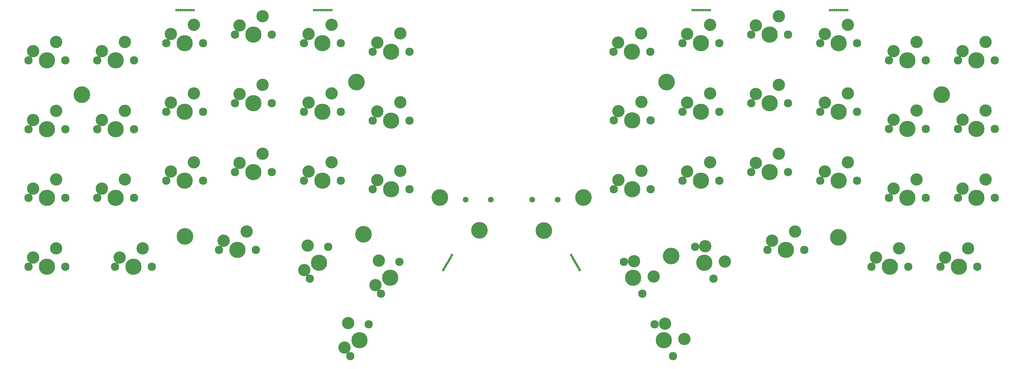
<source format=gbr>
%TF.GenerationSoftware,KiCad,Pcbnew,(5.1.6-0-10_14)*%
%TF.CreationDate,2020-09-29T15:33:20+02:00*%
%TF.ProjectId,cornetrack,636f726e-6574-4726-9163-6b2e6b696361,1.1*%
%TF.SameCoordinates,Original*%
%TF.FileFunction,Soldermask,Top*%
%TF.FilePolarity,Negative*%
%FSLAX46Y46*%
G04 Gerber Fmt 4.6, Leading zero omitted, Abs format (unit mm)*
G04 Created by KiCad (PCBNEW (5.1.6-0-10_14)) date 2020-09-29 15:33:20*
%MOMM*%
%LPD*%
G01*
G04 APERTURE LIST*
%ADD10C,4.500000*%
%ADD11C,2.300000*%
%ADD12C,3.400000*%
%ADD13C,0.700000*%
%ADD14C,1.600000*%
%ADD15C,4.600000*%
G04 APERTURE END LIST*
D10*
%TO.C,SW41*%
X190413474Y-113132317D03*
D11*
X192953474Y-117531726D03*
X187873474Y-108732908D03*
D12*
X190708179Y-108562760D03*
X196082883Y-112792022D03*
%TD*%
D13*
%TO.C,REF\u002A\u002A*%
X130681375Y-91712608D03*
X130978250Y-91198405D03*
X131275125Y-90684203D03*
X131572000Y-90170000D03*
X131868875Y-89655798D03*
X129790750Y-93255216D03*
X130384500Y-92226811D03*
X129493875Y-93769418D03*
X130087625Y-92741013D03*
%TD*%
%TO.C,REF\u002A\u002A*%
X166584375Y-92741013D03*
X167178125Y-93769418D03*
X166287500Y-92226811D03*
X166881250Y-93255216D03*
X164803125Y-89655798D03*
X165100000Y-90170000D03*
X165396875Y-90684203D03*
X165693750Y-91198405D03*
X165990625Y-91712608D03*
%TD*%
D10*
%TO.C,SW44*%
X43983500Y-92830000D03*
D11*
X49063500Y-92830000D03*
X38903500Y-92830000D03*
D12*
X40173500Y-90290000D03*
X46523500Y-87750000D03*
%TD*%
D10*
%TO.C,SW21*%
X114882500Y-95854031D03*
D11*
X117422500Y-91454622D03*
X112342500Y-100253440D03*
D12*
X110777795Y-97883588D03*
X111753091Y-91114326D03*
%TD*%
D10*
%TO.C,SW8*%
X39107500Y-54780000D03*
D11*
X44187500Y-54780000D03*
X34027500Y-54780000D03*
D12*
X35297500Y-52240000D03*
X41647500Y-49700000D03*
%TD*%
D10*
%TO.C,SW42*%
X181904320Y-95854031D03*
D11*
X184444320Y-100253440D03*
X179364320Y-91454622D03*
D12*
X182199025Y-91284474D03*
X187573729Y-95513736D03*
%TD*%
D10*
%TO.C,SW48*%
X224084500Y-88142000D03*
D11*
X229164500Y-88142000D03*
X219004500Y-88142000D03*
D12*
X220274500Y-85602000D03*
X226624500Y-83062000D03*
%TD*%
D10*
%TO.C,SW38*%
X200614500Y-69025000D03*
D11*
X205694500Y-69025000D03*
X195534500Y-69025000D03*
D12*
X196804500Y-66485000D03*
X203154500Y-63945000D03*
%TD*%
D10*
%TO.C,SW34*%
X276614500Y-73775000D03*
D11*
X281694500Y-73775000D03*
X271534500Y-73775000D03*
D12*
X272804500Y-71235000D03*
X279154500Y-68695000D03*
%TD*%
D10*
%TO.C,SW32*%
X200614500Y-50025000D03*
D11*
X205694500Y-50025000D03*
X195534500Y-50025000D03*
D12*
X196804500Y-47485000D03*
X203154500Y-44945000D03*
%TD*%
D10*
%TO.C,SW31*%
X219614500Y-47650000D03*
D11*
X224694500Y-47650000D03*
X214534500Y-47650000D03*
D12*
X215804500Y-45110000D03*
X222154500Y-42570000D03*
%TD*%
D10*
%TO.C,SW30*%
X238614500Y-50025000D03*
D11*
X243694500Y-50025000D03*
X233534500Y-50025000D03*
D12*
X234804500Y-47485000D03*
X241154500Y-44945000D03*
%TD*%
D10*
%TO.C,SW29*%
X257614500Y-54775000D03*
D11*
X262694500Y-54775000D03*
X252534500Y-54775000D03*
D12*
X253804500Y-52235000D03*
X260154500Y-49695000D03*
%TD*%
D10*
%TO.C,SW28*%
X276614500Y-54775000D03*
D11*
X281694500Y-54775000D03*
X271534500Y-54775000D03*
D12*
X272804500Y-52235000D03*
X279154500Y-49695000D03*
%TD*%
D10*
%TO.C,SW27*%
X181607500Y-33405000D03*
D11*
X186687500Y-33405000D03*
X176527500Y-33405000D03*
D12*
X177797500Y-30865000D03*
X184147500Y-28325000D03*
%TD*%
D10*
%TO.C,SW26*%
X200614500Y-31025000D03*
D11*
X205694500Y-31025000D03*
X195534500Y-31025000D03*
D12*
X196804500Y-28485000D03*
X203154500Y-25945000D03*
%TD*%
D10*
%TO.C,SW25*%
X219614500Y-28650000D03*
D11*
X224694500Y-28650000D03*
X214534500Y-28650000D03*
D12*
X215804500Y-26110000D03*
X222154500Y-23570000D03*
%TD*%
D10*
%TO.C,SW24*%
X238614500Y-31025000D03*
D11*
X243694500Y-31025000D03*
X233534500Y-31025000D03*
D12*
X234804500Y-28485000D03*
X241154500Y-25945000D03*
%TD*%
D10*
%TO.C,SW23*%
X257614500Y-35775000D03*
D11*
X262694500Y-35775000D03*
X252534500Y-35775000D03*
D12*
X253804500Y-33235000D03*
X260154500Y-30695000D03*
%TD*%
D10*
%TO.C,SW22*%
X276614500Y-35775000D03*
D11*
X281694500Y-35775000D03*
X271534500Y-35775000D03*
D12*
X272804500Y-33235000D03*
X279154500Y-30695000D03*
%TD*%
D10*
%TO.C,SW20*%
X106348500Y-113132317D03*
D11*
X108888500Y-108732908D03*
X103808500Y-117531726D03*
D12*
X102243795Y-115161874D03*
X103219091Y-108392612D03*
%TD*%
D10*
%TO.C,SW19*%
X95243500Y-91745624D03*
D11*
X97783500Y-87346215D03*
X92703500Y-96145033D03*
D12*
X91138795Y-93775181D03*
X92114091Y-87005919D03*
%TD*%
D10*
%TO.C,SW18*%
X115107500Y-71405000D03*
D11*
X120187500Y-71405000D03*
X110027500Y-71405000D03*
D12*
X111297500Y-68865000D03*
X117647500Y-66325000D03*
%TD*%
D10*
%TO.C,SW17*%
X96107500Y-69030000D03*
D11*
X101187500Y-69030000D03*
X91027500Y-69030000D03*
D12*
X92297500Y-66490000D03*
X98647500Y-63950000D03*
%TD*%
D10*
%TO.C,SW16*%
X77107500Y-66655000D03*
D11*
X82187500Y-66655000D03*
X72027500Y-66655000D03*
D12*
X73297500Y-64115000D03*
X79647500Y-61575000D03*
%TD*%
D10*
%TO.C,SW12*%
X115107500Y-52405000D03*
D11*
X120187500Y-52405000D03*
X110027500Y-52405000D03*
D12*
X111297500Y-49865000D03*
X117647500Y-47325000D03*
%TD*%
D10*
%TO.C,SW11*%
X96107500Y-50030000D03*
D11*
X101187500Y-50030000D03*
X91027500Y-50030000D03*
D12*
X92297500Y-47490000D03*
X98647500Y-44950000D03*
%TD*%
D10*
%TO.C,SW10*%
X77107500Y-47655000D03*
D11*
X82187500Y-47655000D03*
X72027500Y-47655000D03*
D12*
X73297500Y-45115000D03*
X79647500Y-42575000D03*
%TD*%
D10*
%TO.C,SW9*%
X58107500Y-50030000D03*
D11*
X63187500Y-50030000D03*
X53027500Y-50030000D03*
D12*
X54297500Y-47490000D03*
X60647500Y-44950000D03*
%TD*%
D10*
%TO.C,SW5*%
X96107500Y-31030000D03*
D11*
X101187500Y-31030000D03*
X91027500Y-31030000D03*
D12*
X92297500Y-28490000D03*
X98647500Y-25950000D03*
%TD*%
D10*
%TO.C,SW4*%
X77107500Y-28655000D03*
D11*
X82187500Y-28655000D03*
X72027500Y-28655000D03*
D12*
X73297500Y-26115000D03*
X79647500Y-23575000D03*
%TD*%
D10*
%TO.C,SW3*%
X58107500Y-31030000D03*
D11*
X63187500Y-31030000D03*
X53027500Y-31030000D03*
D12*
X54297500Y-28490000D03*
X60647500Y-25950000D03*
%TD*%
D10*
%TO.C,SW2*%
X39107500Y-35780000D03*
D11*
X44187500Y-35780000D03*
X34027500Y-35780000D03*
D12*
X35297500Y-33240000D03*
X41647500Y-30700000D03*
%TD*%
D10*
%TO.C,SW1*%
X20107500Y-35780000D03*
D11*
X25187500Y-35780000D03*
X15027500Y-35780000D03*
D12*
X16297500Y-33240000D03*
X22647500Y-30700000D03*
%TD*%
D10*
%TO.C,SW7*%
X20107500Y-54780000D03*
D11*
X25187500Y-54780000D03*
X15027500Y-54780000D03*
D12*
X16297500Y-52240000D03*
X22647500Y-49700000D03*
%TD*%
D10*
%TO.C,SW14*%
X39107500Y-73780000D03*
D11*
X44187500Y-73780000D03*
X34027500Y-73780000D03*
D12*
X35297500Y-71240000D03*
X41647500Y-68700000D03*
%TD*%
D10*
%TO.C,SW37*%
X219614500Y-66650000D03*
D11*
X224694500Y-66650000D03*
X214534500Y-66650000D03*
D12*
X215804500Y-64110000D03*
X222154500Y-61570000D03*
%TD*%
D10*
%TO.C,SW35*%
X257614500Y-73775000D03*
D11*
X262694500Y-73775000D03*
X252534500Y-73775000D03*
D12*
X253804500Y-71235000D03*
X260154500Y-68695000D03*
%TD*%
D10*
%TO.C,SW13*%
X20107500Y-73780000D03*
D11*
X25187500Y-73780000D03*
X15027500Y-73780000D03*
D12*
X16297500Y-71240000D03*
X22647500Y-68700000D03*
%TD*%
D10*
%TO.C,SW39*%
X181614500Y-71400000D03*
D11*
X186694500Y-71400000D03*
X176534500Y-71400000D03*
D12*
X177804500Y-68860000D03*
X184154500Y-66320000D03*
%TD*%
D10*
%TO.C,SW33*%
X181614500Y-52400000D03*
D11*
X186694500Y-52400000D03*
X176534500Y-52400000D03*
D12*
X177804500Y-49860000D03*
X184154500Y-47320000D03*
%TD*%
D10*
%TO.C,SW6*%
X115107500Y-33405000D03*
D11*
X120187500Y-33405000D03*
X110027500Y-33405000D03*
D12*
X111297500Y-30865000D03*
X117647500Y-28325000D03*
%TD*%
D10*
%TO.C,SW43*%
X20107500Y-92830000D03*
D11*
X25187500Y-92830000D03*
X15027500Y-92830000D03*
D12*
X16297500Y-90290000D03*
X22647500Y-87750000D03*
%TD*%
D10*
%TO.C,SW46*%
X271788500Y-92825000D03*
D11*
X276868500Y-92825000D03*
X266708500Y-92825000D03*
D12*
X267978500Y-90285000D03*
X274328500Y-87745000D03*
%TD*%
D10*
%TO.C,SW47*%
X252738500Y-92825000D03*
D11*
X257818500Y-92825000D03*
X247658500Y-92825000D03*
D12*
X248928500Y-90285000D03*
X255278500Y-87745000D03*
%TD*%
D10*
%TO.C,SW45*%
X72644000Y-88138000D03*
D11*
X77724000Y-88138000D03*
X67564000Y-88138000D03*
D12*
X68834000Y-85598000D03*
X75184000Y-83058000D03*
%TD*%
D10*
%TO.C,SW40*%
X201543003Y-91745624D03*
D11*
X204083003Y-96145033D03*
X199003003Y-87346215D03*
D12*
X201837708Y-87176067D03*
X207212412Y-91405329D03*
%TD*%
D10*
%TO.C,SW15*%
X58107500Y-69030000D03*
D11*
X63187500Y-69030000D03*
X53027500Y-69030000D03*
D12*
X54297500Y-66490000D03*
X60647500Y-63950000D03*
%TD*%
D10*
%TO.C,SW36*%
X238614500Y-69025000D03*
D11*
X243694500Y-69025000D03*
X233534500Y-69025000D03*
D12*
X234804500Y-66485000D03*
X241154500Y-63945000D03*
%TD*%
D13*
%TO.C,REF\u002A\u002A*%
X239837000Y-21870000D03*
X241024500Y-21870000D03*
X239243250Y-21870000D03*
X240430750Y-21870000D03*
X236274500Y-21870000D03*
X236868250Y-21870000D03*
X237462000Y-21870000D03*
X238055750Y-21870000D03*
X238649500Y-21870000D03*
%TD*%
%TO.C,REF\u002A\u002A*%
X201925000Y-21885000D03*
X203112500Y-21885000D03*
X201331250Y-21885000D03*
X202518750Y-21885000D03*
X198362500Y-21885000D03*
X198956250Y-21885000D03*
X199550000Y-21885000D03*
X200143750Y-21885000D03*
X200737500Y-21885000D03*
%TD*%
%TO.C,REF\u002A\u002A*%
X95020000Y-21873000D03*
X93832500Y-21873000D03*
X95613750Y-21873000D03*
X94426250Y-21873000D03*
X98582500Y-21873000D03*
X97988750Y-21873000D03*
X97395000Y-21873000D03*
X96801250Y-21873000D03*
X96207500Y-21873000D03*
%TD*%
%TO.C,REF\u002A\u002A*%
X57049250Y-21869000D03*
X55861750Y-21869000D03*
X57643000Y-21869000D03*
X56455500Y-21869000D03*
X60611750Y-21869000D03*
X60018000Y-21869000D03*
X59424250Y-21869000D03*
X58830500Y-21869000D03*
X58236750Y-21869000D03*
%TD*%
D14*
%TO.C,J3*%
X154037500Y-74270000D03*
X161037500Y-74270000D03*
%TD*%
%TO.C,J1*%
X142634500Y-74292000D03*
X135634500Y-74292000D03*
%TD*%
D15*
%TO.C,Ref\u002A\u002A*%
X168148000Y-73660000D03*
%TD*%
%TO.C,Ref\u002A\u002A*%
X191144500Y-41775500D03*
%TD*%
%TO.C,Ref\u002A\u002A*%
X267099500Y-45265500D03*
%TD*%
%TO.C,Ref\u002A\u002A*%
X238547500Y-84702000D03*
%TD*%
%TO.C,Ref\u002A\u002A*%
X157226000Y-82804000D03*
%TD*%
%TO.C,Ref\u002A\u002A*%
X192429321Y-89849031D03*
%TD*%
%TO.C,Ref\u002A\u002A*%
X139446000Y-82775000D03*
%TD*%
%TO.C,Ref\u002A\u002A*%
X128524000Y-73660000D03*
%TD*%
%TO.C,Ref\u002A\u002A*%
X107442000Y-83820000D03*
%TD*%
%TO.C,Ref\u002A\u002A*%
X58207500Y-84448000D03*
%TD*%
%TO.C,Ref\u002A\u002A*%
X105575500Y-41765500D03*
%TD*%
%TO.C,Ref\u002A\u002A*%
X29718000Y-45265500D03*
%TD*%
M02*

</source>
